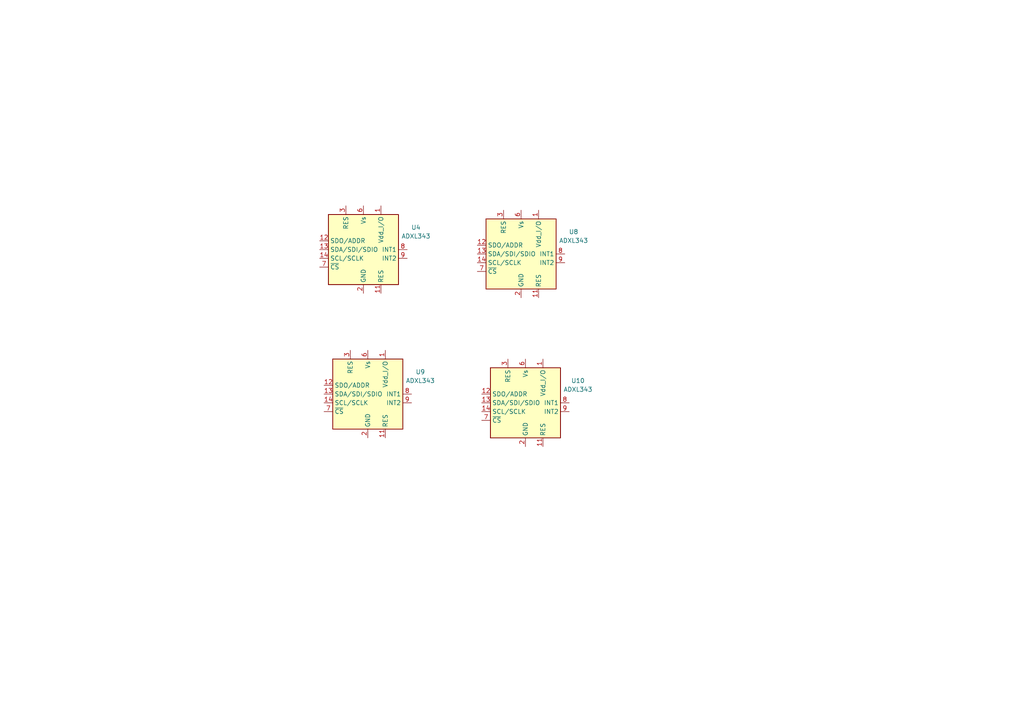
<source format=kicad_sch>
(kicad_sch (version 20250114) (generator "eeschema") (generator_version "9.0")
  (paper "A4")
  (lib_symbols
    (symbol "Sensor_Motion:ADXL343"
      (property "Reference" "U" (at -8.89 11.43 0))
      (property "Value" "ADXL343" (at -7.62 -11.43 0))
      (symbol "ADXL343_0_1"
        (rectangle (start -10.16 10.16) (end 10.16 -10.16) (stroke (width 0.254)) (fill (type background)))
      )
      (symbol "ADXL343_1_1"
        (pin bidirectional line (at -12.7 2.54 0) (length 2.54) (name "SDO/ADDR") (number "12"))
        (pin bidirectional line (at -12.7 0 0) (length 2.54) (name "SDA/SDI/SDIO") (number "13"))
        (pin input line (at -12.7 -2.54 0) (length 2.54) (name "SCL/SCLK") (number "14"))
        (pin input line (at -12.7 -5.08 0) (length 2.54) (name "~{CS}") (number "7"))
        (pin passive line (at -5.08 12.7 270) (length 2.54) (name "RES") (number "3"))
        (pin no_connect line (at -5.08 -10.16 90) (length 2.54) (hide yes) (name "NC") (number "10"))
        (pin power_in line (at 0 12.7 270) (length 2.54) (name "Vs") (number "6"))
        (pin power_in line (at 0 -12.7 90) (length 2.54) (name "GND") (number "2"))
        (pin passive line (at 0 -12.7 90) (length 2.54) (hide yes) (name "GND") (number "4"))
        (pin passive line (at 0 -12.7 90) (length 2.54) (hide yes) (name "GND") (number "5"))
        (pin power_in line (at 5.08 12.7 270) (length 2.54) (name "Vdd_I/O") (number "1"))
        (pin passive line (at 5.08 -12.7 90) (length 2.54) (name "RES") (number "11"))
        (pin output line (at 12.7 0 180) (length 2.54) (name "INT1") (number "8"))
        (pin output line (at 12.7 -2.54 180) (length 2.54) (name "INT2") (number "9"))
      )
    )
  )
  (symbol (lib_id "Sensor_Motion:ADXL343") (at 152.4 116.84 0) (unit 1)
    (property "Reference" "U10" (at 167.64 110.4198 0))
    (property "Value" "ADXL343" (at 167.64 112.9598 0))
    (property "Footprint" "Package_LGA:LGA-14_3x5mm_P0.8mm_LayoutBorder1x6y" (effects (hide yes)))
    (property "Datasheet" "https://www.analog.com/media/en/technical-documentation/data-sheets/ADXL343.pdf" (effects (hide yes)))
    (property "Description" "3-Axis MEMS Accelerometer, 2/4/8/16g range, I2C/SPI, LGA-14" (effects (hide yes)))
  )
  (symbol (lib_id "Sensor_Motion:ADXL343") (at 105.41 72.39 0) (unit 1)
    (property "Reference" "U4" (at 120.65 65.9698 0))
    (property "Value" "ADXL343" (at 120.65 68.5098 0))
    (property "Footprint" "Package_LGA:LGA-14_3x5mm_P0.8mm_LayoutBorder1x6y" (effects (hide yes)))
    (property "Datasheet" "https://www.analog.com/media/en/technical-documentation/data-sheets/ADXL343.pdf" (effects (hide yes)))
    (property "Description" "3-Axis MEMS Accelerometer, 2/4/8/16g range, I2C/SPI, LGA-14" (effects (hide yes)))
  )
  (symbol (lib_id "Sensor_Motion:ADXL343") (at 106.68 114.3 0) (unit 1)
    (property "Reference" "U9" (at 121.92 107.8798 0))
    (property "Value" "ADXL343" (at 121.92 110.4198 0))
    (property "Footprint" "Package_LGA:LGA-14_3x5mm_P0.8mm_LayoutBorder1x6y" (effects (hide yes)))
    (property "Datasheet" "https://www.analog.com/media/en/technical-documentation/data-sheets/ADXL343.pdf" (effects (hide yes)))
    (property "Description" "3-Axis MEMS Accelerometer, 2/4/8/16g range, I2C/SPI, LGA-14" (effects (hide yes)))
  )
  (symbol (lib_id "Sensor_Motion:ADXL343") (at 151.13 73.66 0) (unit 1)
    (property "Reference" "U8" (at 166.37 67.2398 0))
    (property "Value" "ADXL343" (at 166.37 69.7798 0))
    (property "Footprint" "Package_LGA:LGA-14_3x5mm_P0.8mm_LayoutBorder1x6y" (effects (hide yes)))
    (property "Datasheet" "https://www.analog.com/media/en/technical-documentation/data-sheets/ADXL343.pdf" (effects (hide yes)))
    (property "Description" "3-Axis MEMS Accelerometer, 2/4/8/16g range, I2C/SPI, LGA-14" (effects (hide yes)))
  )
)
</source>
